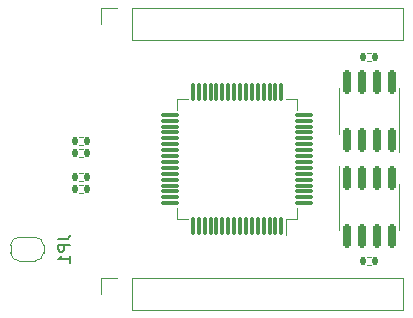
<source format=gbr>
%TF.GenerationSoftware,KiCad,Pcbnew,8.0.2-8.0.2-0~ubuntu22.04.1*%
%TF.CreationDate,2024-05-07T00:28:05+09:00*%
%TF.ProjectId,CANgatewayE,43414e67-6174-4657-9761-79452e6b6963,rev?*%
%TF.SameCoordinates,Original*%
%TF.FileFunction,Legend,Bot*%
%TF.FilePolarity,Positive*%
%FSLAX46Y46*%
G04 Gerber Fmt 4.6, Leading zero omitted, Abs format (unit mm)*
G04 Created by KiCad (PCBNEW 8.0.2-8.0.2-0~ubuntu22.04.1) date 2024-05-07 00:28:05*
%MOMM*%
%LPD*%
G01*
G04 APERTURE LIST*
G04 Aperture macros list*
%AMRoundRect*
0 Rectangle with rounded corners*
0 $1 Rounding radius*
0 $2 $3 $4 $5 $6 $7 $8 $9 X,Y pos of 4 corners*
0 Add a 4 corners polygon primitive as box body*
4,1,4,$2,$3,$4,$5,$6,$7,$8,$9,$2,$3,0*
0 Add four circle primitives for the rounded corners*
1,1,$1+$1,$2,$3*
1,1,$1+$1,$4,$5*
1,1,$1+$1,$6,$7*
1,1,$1+$1,$8,$9*
0 Add four rect primitives between the rounded corners*
20,1,$1+$1,$2,$3,$4,$5,0*
20,1,$1+$1,$4,$5,$6,$7,0*
20,1,$1+$1,$6,$7,$8,$9,0*
20,1,$1+$1,$8,$9,$2,$3,0*%
%AMFreePoly0*
4,1,19,0.500000,-0.750000,0.000000,-0.750000,0.000000,-0.744911,-0.071157,-0.744911,-0.207708,-0.704816,-0.327430,-0.627875,-0.420627,-0.520320,-0.479746,-0.390866,-0.500000,-0.250000,-0.500000,0.250000,-0.479746,0.390866,-0.420627,0.520320,-0.327430,0.627875,-0.207708,0.704816,-0.071157,0.744911,0.000000,0.744911,0.000000,0.750000,0.500000,0.750000,0.500000,-0.750000,0.500000,-0.750000,
$1*%
%AMFreePoly1*
4,1,19,0.000000,0.744911,0.071157,0.744911,0.207708,0.704816,0.327430,0.627875,0.420627,0.520320,0.479746,0.390866,0.500000,0.250000,0.500000,-0.250000,0.479746,-0.390866,0.420627,-0.520320,0.327430,-0.627875,0.207708,-0.704816,0.071157,-0.744911,0.000000,-0.744911,0.000000,-0.750000,-0.500000,-0.750000,-0.500000,0.750000,0.000000,0.750000,0.000000,0.744911,0.000000,0.744911,
$1*%
G04 Aperture macros list end*
%ADD10C,0.150000*%
%ADD11C,0.120000*%
%ADD12C,3.250000*%
%ADD13C,1.890000*%
%ADD14R,1.900000X1.900000*%
%ADD15C,1.900000*%
%ADD16C,2.600000*%
%ADD17R,1.700000X1.700000*%
%ADD18O,1.700000X1.700000*%
%ADD19RoundRect,0.150000X-0.150000X0.825000X-0.150000X-0.825000X0.150000X-0.825000X0.150000X0.825000X0*%
%ADD20RoundRect,0.150000X0.150000X-0.825000X0.150000X0.825000X-0.150000X0.825000X-0.150000X-0.825000X0*%
%ADD21RoundRect,0.135000X-0.135000X-0.185000X0.135000X-0.185000X0.135000X0.185000X-0.135000X0.185000X0*%
%ADD22FreePoly0,0.000000*%
%ADD23FreePoly1,0.000000*%
%ADD24RoundRect,0.075000X0.075000X-0.700000X0.075000X0.700000X-0.075000X0.700000X-0.075000X-0.700000X0*%
%ADD25RoundRect,0.075000X0.700000X-0.075000X0.700000X0.075000X-0.700000X0.075000X-0.700000X-0.075000X0*%
G04 APERTURE END LIST*
D10*
X20409819Y5913334D02*
X21124104Y5913334D01*
X21124104Y5913334D02*
X21266961Y5960953D01*
X21266961Y5960953D02*
X21362200Y6056191D01*
X21362200Y6056191D02*
X21409819Y6199048D01*
X21409819Y6199048D02*
X21409819Y6294286D01*
X21409819Y5437143D02*
X20409819Y5437143D01*
X20409819Y5437143D02*
X20409819Y5056191D01*
X20409819Y5056191D02*
X20457438Y4960953D01*
X20457438Y4960953D02*
X20505057Y4913334D01*
X20505057Y4913334D02*
X20600295Y4865715D01*
X20600295Y4865715D02*
X20743152Y4865715D01*
X20743152Y4865715D02*
X20838390Y4913334D01*
X20838390Y4913334D02*
X20886009Y4960953D01*
X20886009Y4960953D02*
X20933628Y5056191D01*
X20933628Y5056191D02*
X20933628Y5437143D01*
X21409819Y3913334D02*
X21409819Y4484762D01*
X21409819Y4199048D02*
X20409819Y4199048D01*
X20409819Y4199048D02*
X20552676Y4294286D01*
X20552676Y4294286D02*
X20647914Y4389524D01*
X20647914Y4389524D02*
X20695533Y4484762D01*
D11*
%TO.C,J3*%
X24070000Y2600000D02*
X25400000Y2600000D01*
X24070000Y1270000D02*
X24070000Y2600000D01*
X26670000Y-60000D02*
X26670000Y2600000D01*
X49590000Y2600000D02*
X26670000Y2600000D01*
X49590000Y-60000D02*
X26670000Y-60000D01*
X49590000Y-60000D02*
X49590000Y2600000D01*
%TO.C,U4*%
X44176000Y12086000D02*
X44176000Y8636000D01*
X44176000Y6686000D02*
X44176000Y8636000D01*
X49296000Y10586000D02*
X49296000Y8636000D01*
X49296000Y6686000D02*
X49296000Y8636000D01*
%TO.C,U3*%
X44176000Y18714000D02*
X44176000Y16764000D01*
X44176000Y14814000D02*
X44176000Y16764000D01*
X49296000Y18714000D02*
X49296000Y16764000D01*
X49296000Y13314000D02*
X49296000Y16764000D01*
%TO.C,R12*%
X22505641Y13588000D02*
X22198359Y13588000D01*
X22505641Y12828000D02*
X22198359Y12828000D01*
%TO.C,JP1*%
X16380000Y4780000D02*
X16380000Y5380000D01*
X17080000Y6080000D02*
X18480000Y6080000D01*
X18480000Y4080000D02*
X17080000Y4080000D01*
X19180000Y5380000D02*
X19180000Y4780000D01*
X16380000Y5380000D02*
G75*
G02*
X17080000Y6080000I699999J1D01*
G01*
X17080000Y4080000D02*
G75*
G02*
X16380000Y4780000I-1J699999D01*
G01*
X18480000Y6080000D02*
G75*
G02*
X19180000Y5380000I0J-700000D01*
G01*
X19180000Y4780000D02*
G75*
G02*
X18480000Y4080000I-700000J0D01*
G01*
%TO.C,R20*%
X46889641Y4444000D02*
X46582359Y4444000D01*
X46889641Y3684000D02*
X46582359Y3684000D01*
%TO.C,R13*%
X22505641Y14604000D02*
X22198359Y14604000D01*
X22505641Y13844000D02*
X22198359Y13844000D01*
%TO.C,R19*%
X46889641Y21716000D02*
X46582359Y21716000D01*
X46889641Y20956000D02*
X46582359Y20956000D01*
%TO.C,U1*%
X30450000Y17810000D02*
X30450000Y16860000D01*
X30450000Y7590000D02*
X30450000Y8540000D01*
X31400000Y17810000D02*
X30450000Y17810000D01*
X31400000Y7590000D02*
X30450000Y7590000D01*
X39720000Y17810000D02*
X40670000Y17810000D01*
X39720000Y7590000D02*
X40670000Y7590000D01*
X39720000Y6250000D02*
X39720000Y7590000D01*
X40670000Y17810000D02*
X40670000Y16860000D01*
X40670000Y7590000D02*
X40670000Y8540000D01*
%TO.C,R14*%
X22505641Y10540000D02*
X22198359Y10540000D01*
X22505641Y9780000D02*
X22198359Y9780000D01*
%TO.C,J4*%
X24070000Y25460000D02*
X25400000Y25460000D01*
X24070000Y24130000D02*
X24070000Y25460000D01*
X26670000Y22800000D02*
X26670000Y25460000D01*
X49590000Y25460000D02*
X26670000Y25460000D01*
X49590000Y22800000D02*
X26670000Y22800000D01*
X49590000Y22800000D02*
X49590000Y25460000D01*
%TO.C,R15*%
X22505641Y11556000D02*
X22198359Y11556000D01*
X22505641Y10796000D02*
X22198359Y10796000D01*
%TD*%
%LPC*%
D12*
%TO.C,J1*%
X10190000Y18415000D03*
X10190000Y6985000D03*
D13*
X6810000Y6375000D03*
X5290000Y8915000D03*
X6810000Y16485000D03*
X5290000Y19025000D03*
D14*
X16530000Y17145000D03*
D15*
X19070000Y15875000D03*
X16530000Y14605000D03*
X19070000Y13335000D03*
X16530000Y12065000D03*
X19070000Y10795000D03*
X16530000Y9525000D03*
X19070000Y8255000D03*
D16*
X13240000Y20475000D03*
X13240000Y4925000D03*
%TD*%
D17*
%TO.C,J3*%
X25400000Y1270000D03*
D18*
X27940000Y1270000D03*
X30480000Y1270000D03*
X33020000Y1270000D03*
X35560000Y1270000D03*
X38100000Y1270000D03*
X40640000Y1270000D03*
X43180000Y1270000D03*
X45720000Y1270000D03*
X48260000Y1270000D03*
%TD*%
D19*
%TO.C,U4*%
X44831000Y11111000D03*
X46101000Y11111000D03*
X47371000Y11111000D03*
X48641000Y11111000D03*
X48641000Y6161000D03*
X47371000Y6161000D03*
X46101000Y6161000D03*
X44831000Y6161000D03*
%TD*%
D20*
%TO.C,U3*%
X48641000Y14289000D03*
X47371000Y14289000D03*
X46101000Y14289000D03*
X44831000Y14289000D03*
X44831000Y19239000D03*
X46101000Y19239000D03*
X47371000Y19239000D03*
X48641000Y19239000D03*
%TD*%
D21*
%TO.C,R12*%
X21842000Y13208000D03*
X22862000Y13208000D03*
%TD*%
D22*
%TO.C,JP1*%
X17130000Y5080000D03*
D23*
X18430000Y5080000D03*
%TD*%
D21*
%TO.C,R20*%
X46226000Y4064000D03*
X47246000Y4064000D03*
%TD*%
%TO.C,R13*%
X21842000Y14224000D03*
X22862000Y14224000D03*
%TD*%
%TO.C,R19*%
X46226000Y21336000D03*
X47246000Y21336000D03*
%TD*%
D24*
%TO.C,U1*%
X39310000Y7025000D03*
X38810000Y7025000D03*
X38310000Y7025000D03*
X37810000Y7025000D03*
X37310000Y7025000D03*
X36810000Y7025000D03*
X36310000Y7025000D03*
X35810000Y7025000D03*
X35310000Y7025000D03*
X34810000Y7025000D03*
X34310000Y7025000D03*
X33810000Y7025000D03*
X33310000Y7025000D03*
X32810000Y7025000D03*
X32310000Y7025000D03*
X31810000Y7025000D03*
D25*
X29885000Y8950000D03*
X29885000Y9450000D03*
X29885000Y9950000D03*
X29885000Y10450000D03*
X29885000Y10950000D03*
X29885000Y11450000D03*
X29885000Y11950000D03*
X29885000Y12450000D03*
X29885000Y12950000D03*
X29885000Y13450000D03*
X29885000Y13950000D03*
X29885000Y14450000D03*
X29885000Y14950000D03*
X29885000Y15450000D03*
X29885000Y15950000D03*
X29885000Y16450000D03*
D24*
X31810000Y18375000D03*
X32310000Y18375000D03*
X32810000Y18375000D03*
X33310000Y18375000D03*
X33810000Y18375000D03*
X34310000Y18375000D03*
X34810000Y18375000D03*
X35310000Y18375000D03*
X35810000Y18375000D03*
X36310000Y18375000D03*
X36810000Y18375000D03*
X37310000Y18375000D03*
X37810000Y18375000D03*
X38310000Y18375000D03*
X38810000Y18375000D03*
X39310000Y18375000D03*
D25*
X41235000Y16450000D03*
X41235000Y15950000D03*
X41235000Y15450000D03*
X41235000Y14950000D03*
X41235000Y14450000D03*
X41235000Y13950000D03*
X41235000Y13450000D03*
X41235000Y12950000D03*
X41235000Y12450000D03*
X41235000Y11950000D03*
X41235000Y11450000D03*
X41235000Y10950000D03*
X41235000Y10450000D03*
X41235000Y9950000D03*
X41235000Y9450000D03*
X41235000Y8950000D03*
%TD*%
D21*
%TO.C,R14*%
X21842000Y10160000D03*
X22862000Y10160000D03*
%TD*%
D17*
%TO.C,J4*%
X25400000Y24130000D03*
D18*
X27940000Y24130000D03*
X30480000Y24130000D03*
X33020000Y24130000D03*
X35560000Y24130000D03*
X38100000Y24130000D03*
X40640000Y24130000D03*
X43180000Y24130000D03*
X45720000Y24130000D03*
X48260000Y24130000D03*
%TD*%
D21*
%TO.C,R15*%
X21842000Y11176000D03*
X22862000Y11176000D03*
%TD*%
%LPD*%
M02*

</source>
